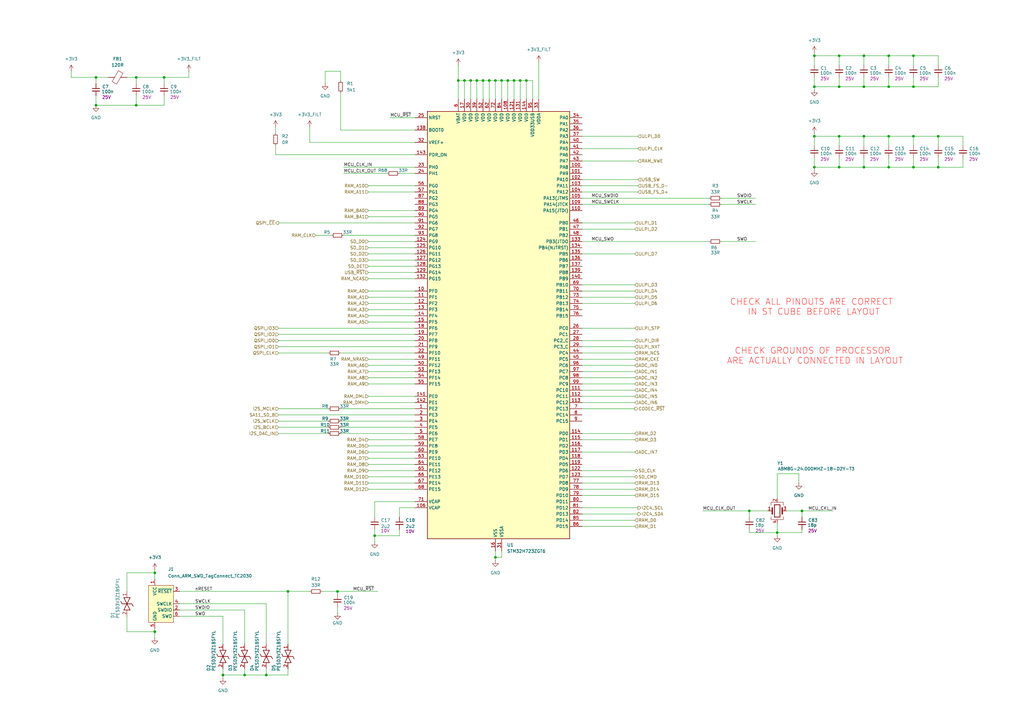
<source format=kicad_sch>
(kicad_sch (version 20231120) (generator "eeschema") (generator_version "8.0")
  (paper "A3")
  (junction (at 364.49 55.88))
  (junction (at 354.33 22.86))
  (junction (at 334.01 22.86))
  (junction (at 374.65 68.58))
  (junction (at 344.17 55.88))
  (junction (at 215.9 33.02))
  (junction (at 63.5 259.08))
  (junction (at 208.28 33.02))
  (junction (at 334.01 68.58))
  (junction (at 109.22 276.86))
  (junction (at 384.81 55.88))
  (junction (at 318.77 218.44))
  (junction (at 39.37 31.75))
  (junction (at 384.81 68.58))
  (junction (at 203.2 228.6))
  (junction (at 195.58 33.02))
  (junction (at 55.88 43.18))
  (junction (at 364.49 22.86))
  (junction (at 118.11 242.57))
  (junction (at 153.67 219.71))
  (junction (at 344.17 68.58))
  (junction (at 374.65 35.56))
  (junction (at 307.34 209.55))
  (junction (at 213.36 33.02))
  (junction (at 193.04 33.02))
  (junction (at 210.82 33.02))
  (junction (at 328.93 209.55))
  (junction (at 344.17 35.56))
  (junction (at 334.01 35.56))
  (junction (at 205.74 33.02))
  (junction (at 200.66 33.02))
  (junction (at 344.17 22.86))
  (junction (at 334.01 55.88))
  (junction (at 354.33 55.88))
  (junction (at 198.12 33.02))
  (junction (at 100.33 276.86))
  (junction (at 138.43 242.57))
  (junction (at 374.65 22.86))
  (junction (at 55.88 31.75))
  (junction (at 187.96 33.02))
  (junction (at 364.49 35.56))
  (junction (at 354.33 35.56))
  (junction (at 203.2 33.02))
  (junction (at 354.33 68.58))
  (junction (at 67.31 31.75))
  (junction (at 190.5 33.02))
  (junction (at 364.49 68.58))
  (junction (at 374.65 55.88))
  (junction (at 39.37 43.18))
  (junction (at 91.44 276.86))
  (junction (at 63.5 234.95))
  (wire (pts (xy 91.44 252.73) (xy 91.44 264.16)))
  (wire (pts (xy 151.13 127) (xy 170.18 127)))
  (wire (pts (xy 63.5 259.08) (xy 63.5 261.62)))
  (wire (pts (xy 29.21 31.75) (xy 39.37 31.75)))
  (wire (pts (xy 205.74 33.02) (xy 205.74 40.64)))
  (wire (pts (xy 139.7 167.64) (xy 170.18 167.64)))
  (wire (pts (xy 151.13 149.86) (xy 170.18 149.86)))
  (wire (pts (xy 205.74 33.02) (xy 208.28 33.02)))
  (wire (pts (xy 151.13 195.58) (xy 170.18 195.58)))
  (wire (pts (xy 151.13 124.46) (xy 170.18 124.46)))
  (wire (pts (xy 238.76 208.28) (xy 261.62 208.28)))
  (wire (pts (xy 139.7 177.8) (xy 170.18 177.8)))
  (wire (pts (xy 238.76 162.56) (xy 260.35 162.56)))
  (wire (pts (xy 151.13 114.3) (xy 170.18 114.3)))
  (wire (pts (xy 151.13 154.94) (xy 170.18 154.94)))
  (wire (pts (xy 109.22 274.32) (xy 109.22 276.86)))
  (wire (pts (xy 151.13 99.06) (xy 170.18 99.06)))
  (wire (pts (xy 354.33 31.75) (xy 354.33 35.56)))
  (wire (pts (xy 151.13 198.12) (xy 170.18 198.12)))
  (wire (pts (xy 109.22 247.65) (xy 109.22 264.16)))
  (wire (pts (xy 73.66 242.57) (xy 118.11 242.57)))
  (wire (pts (xy 374.65 68.58) (xy 364.49 68.58)))
  (wire (pts (xy 374.65 35.56) (xy 364.49 35.56)))
  (wire (pts (xy 238.76 149.86) (xy 260.35 149.86)))
  (wire (pts (xy 77.47 29.21) (xy 77.47 31.75)))
  (wire (pts (xy 238.76 195.58) (xy 260.35 195.58)))
  (wire (pts (xy 151.13 129.54) (xy 170.18 129.54)))
  (wire (pts (xy 307.34 209.55) (xy 307.34 212.09)))
  (wire (pts (xy 238.76 210.82) (xy 261.62 210.82)))
  (wire (pts (xy 132.08 242.57) (xy 138.43 242.57)))
  (wire (pts (xy 208.28 33.02) (xy 210.82 33.02)))
  (wire (pts (xy 238.76 200.66) (xy 260.35 200.66)))
  (wire (pts (xy 215.9 33.02) (xy 215.9 40.64)))
  (wire (pts (xy 334.01 22.86) (xy 334.01 26.67)))
  (wire (pts (xy 203.2 33.02) (xy 203.2 40.64)))
  (wire (pts (xy 295.91 83.82) (xy 309.88 83.82)))
  (wire (pts (xy 238.76 144.78) (xy 260.35 144.78)))
  (wire (pts (xy 238.76 167.64) (xy 260.35 167.64)))
  (wire (pts (xy 384.81 55.88) (xy 374.65 55.88)))
  (wire (pts (xy 139.7 38.1) (xy 139.7 53.34)))
  (wire (pts (xy 151.13 101.6) (xy 170.18 101.6)))
  (wire (pts (xy 318.77 214.63) (xy 318.77 218.44)))
  (wire (pts (xy 39.37 39.37) (xy 39.37 43.18)))
  (wire (pts (xy 238.76 152.4) (xy 260.35 152.4)))
  (wire (pts (xy 170.18 205.74) (xy 153.67 205.74)))
  (wire (pts (xy 334.01 55.88) (xy 344.17 55.88)))
  (wire (pts (xy 52.07 31.75) (xy 55.88 31.75)))
  (wire (pts (xy 238.76 99.06) (xy 290.83 99.06)))
  (wire (pts (xy 238.76 215.9) (xy 260.35 215.9)))
  (wire (pts (xy 39.37 43.18) (xy 55.88 43.18)))
  (wire (pts (xy 374.65 22.86) (xy 384.81 22.86)))
  (wire (pts (xy 114.3 170.18) (xy 170.18 170.18)))
  (wire (pts (xy 140.97 71.12) (xy 158.75 71.12)))
  (wire (pts (xy 364.49 55.88) (xy 354.33 55.88)))
  (wire (pts (xy 52.07 259.08) (xy 63.5 259.08)))
  (wire (pts (xy 151.13 78.74) (xy 170.18 78.74)))
  (wire (pts (xy 307.34 218.44) (xy 318.77 218.44)))
  (wire (pts (xy 198.12 33.02) (xy 198.12 40.64)))
  (wire (pts (xy 153.67 219.71) (xy 153.67 222.25)))
  (wire (pts (xy 238.76 198.12) (xy 260.35 198.12)))
  (wire (pts (xy 127 58.42) (xy 127 52.07)))
  (wire (pts (xy 334.01 68.58) (xy 334.01 69.85)))
  (wire (pts (xy 394.97 68.58) (xy 384.81 68.58)))
  (wire (pts (xy 100.33 274.32) (xy 100.33 276.86)))
  (wire (pts (xy 384.81 68.58) (xy 374.65 68.58)))
  (wire (pts (xy 73.66 250.19) (xy 100.33 250.19)))
  (wire (pts (xy 328.93 217.17) (xy 328.93 218.44)))
  (wire (pts (xy 139.7 144.78) (xy 170.18 144.78)))
  (wire (pts (xy 151.13 76.2) (xy 170.18 76.2)))
  (wire (pts (xy 238.76 213.36) (xy 260.35 213.36)))
  (wire (pts (xy 238.76 73.66) (xy 261.62 73.66)))
  (wire (pts (xy 384.81 35.56) (xy 374.65 35.56)))
  (wire (pts (xy 138.43 248.92) (xy 138.43 251.46)))
  (wire (pts (xy 307.34 209.55) (xy 314.96 209.55)))
  (wire (pts (xy 73.66 247.65) (xy 109.22 247.65)))
  (wire (pts (xy 67.31 39.37) (xy 67.31 43.18)))
  (wire (pts (xy 139.7 175.26) (xy 170.18 175.26)))
  (wire (pts (xy 109.22 276.86) (xy 100.33 276.86)))
  (wire (pts (xy 238.76 76.2) (xy 261.62 76.2)))
  (wire (pts (xy 198.12 33.02) (xy 200.66 33.02)))
  (wire (pts (xy 140.97 96.52) (xy 170.18 96.52)))
  (wire (pts (xy 118.11 242.57) (xy 118.11 264.16)))
  (wire (pts (xy 151.13 180.34) (xy 170.18 180.34)))
  (wire (pts (xy 364.49 64.77) (xy 364.49 68.58)))
  (wire (pts (xy 52.07 252.73) (xy 52.07 259.08)))
  (wire (pts (xy 364.49 35.56) (xy 354.33 35.56)))
  (wire (pts (xy 344.17 64.77) (xy 344.17 68.58)))
  (wire (pts (xy 344.17 31.75) (xy 344.17 35.56)))
  (wire (pts (xy 39.37 34.29) (xy 39.37 31.75)))
  (wire (pts (xy 91.44 274.32) (xy 91.44 276.86)))
  (wire (pts (xy 151.13 190.5) (xy 170.18 190.5)))
  (wire (pts (xy 114.3 139.7) (xy 170.18 139.7)))
  (wire (pts (xy 213.36 33.02) (xy 215.9 33.02)))
  (wire (pts (xy 114.3 137.16) (xy 170.18 137.16)))
  (wire (pts (xy 215.9 33.02) (xy 218.44 33.02)))
  (wire (pts (xy 374.65 22.86) (xy 374.65 26.67)))
  (wire (pts (xy 139.7 172.72) (xy 170.18 172.72)))
  (wire (pts (xy 133.35 34.29) (xy 133.35 29.21)))
  (wire (pts (xy 354.33 55.88) (xy 344.17 55.88)))
  (wire (pts (xy 63.5 234.95) (xy 63.5 237.49)))
  (wire (pts (xy 334.01 55.88) (xy 334.01 59.69)))
  (wire (pts (xy 318.77 204.47) (xy 318.77 194.31)))
  (wire (pts (xy 238.76 66.04) (xy 261.62 66.04)))
  (wire (pts (xy 187.96 33.02) (xy 190.5 33.02)))
  (wire (pts (xy 334.01 35.56) (xy 334.01 36.83)))
  (wire (pts (xy 374.65 64.77) (xy 374.65 68.58)))
  (wire (pts (xy 39.37 31.75) (xy 44.45 31.75)))
  (wire (pts (xy 151.13 165.1) (xy 170.18 165.1)))
  (wire (pts (xy 113.03 52.07) (xy 113.03 54.61)))
  (wire (pts (xy 205.74 226.06) (xy 205.74 228.6)))
  (wire (pts (xy 374.65 55.88) (xy 374.65 59.69)))
  (wire (pts (xy 151.13 185.42) (xy 170.18 185.42)))
  (wire (pts (xy 384.81 26.67) (xy 384.81 22.86)))
  (wire (pts (xy 344.17 59.69) (xy 344.17 55.88)))
  (wire (pts (xy 129.54 96.52) (xy 135.89 96.52)))
  (wire (pts (xy 63.5 233.68) (xy 63.5 234.95)))
  (wire (pts (xy 238.76 203.2) (xy 260.35 203.2)))
  (wire (pts (xy 187.96 33.02) (xy 187.96 40.64)))
  (wire (pts (xy 187.96 26.67) (xy 187.96 33.02)))
  (wire (pts (xy 213.36 33.02) (xy 213.36 40.64)))
  (wire (pts (xy 374.65 55.88) (xy 364.49 55.88)))
  (wire (pts (xy 55.88 31.75) (xy 55.88 34.29)))
  (wire (pts (xy 153.67 205.74) (xy 153.67 212.09)))
  (wire (pts (xy 195.58 33.02) (xy 195.58 40.64)))
  (wire (pts (xy 238.76 119.38) (xy 260.35 119.38)))
  (wire (pts (xy 153.67 217.17) (xy 153.67 219.71)))
  (wire (pts (xy 307.34 218.44) (xy 307.34 217.17)))
  (wire (pts (xy 203.2 228.6) (xy 203.2 229.87)))
  (wire (pts (xy 238.76 177.8) (xy 260.35 177.8)))
  (wire (pts (xy 203.2 33.02) (xy 205.74 33.02)))
  (wire (pts (xy 195.58 33.02) (xy 198.12 33.02)))
  (wire (pts (xy 200.66 33.02) (xy 200.66 40.64)))
  (wire (pts (xy 295.91 81.28) (xy 309.88 81.28)))
  (wire (pts (xy 160.02 48.26) (xy 170.18 48.26)))
  (wire (pts (xy 354.33 22.86) (xy 354.33 26.67)))
  (wire (pts (xy 151.13 109.22) (xy 170.18 109.22)))
  (wire (pts (xy 344.17 22.86) (xy 354.33 22.86)))
  (wire (pts (xy 344.17 26.67) (xy 344.17 22.86)))
  (wire (pts (xy 114.3 144.78) (xy 134.62 144.78)))
  (wire (pts (xy 295.91 99.06) (xy 309.88 99.06)))
  (wire (pts (xy 394.97 55.88) (xy 384.81 55.88)))
  (wire (pts (xy 193.04 33.02) (xy 193.04 40.64)))
  (wire (pts (xy 394.97 59.69) (xy 394.97 55.88)))
  (wire (pts (xy 190.5 33.02) (xy 190.5 40.64)))
  (wire (pts (xy 344.17 35.56) (xy 334.01 35.56)))
  (wire (pts (xy 139.7 53.34) (xy 170.18 53.34)))
  (wire (pts (xy 238.76 142.24) (xy 260.35 142.24)))
  (wire (pts (xy 238.76 55.88) (xy 261.62 55.88)))
  (wire (pts (xy 151.13 193.04) (xy 170.18 193.04)))
  (wire (pts (xy 67.31 31.75) (xy 67.31 34.29)))
  (wire (pts (xy 238.76 139.7) (xy 260.35 139.7)))
  (wire (pts (xy 384.81 64.77) (xy 384.81 68.58)))
  (wire (pts (xy 327.66 194.31) (xy 327.66 198.12)))
  (wire (pts (xy 334.01 21.59) (xy 334.01 22.86)))
  (wire (pts (xy 140.97 68.58) (xy 170.18 68.58)))
  (wire (pts (xy 354.33 64.77) (xy 354.33 68.58)))
  (wire (pts (xy 238.76 93.98) (xy 260.35 93.98)))
  (wire (pts (xy 208.28 33.02) (xy 208.28 40.64)))
  (wire (pts (xy 91.44 276.86) (xy 91.44 278.13)))
  (wire (pts (xy 55.88 43.18) (xy 67.31 43.18)))
  (wire (pts (xy 288.29 209.55) (xy 307.34 209.55)))
  (wire (pts (xy 138.43 242.57) (xy 154.94 242.57)))
  (wire (pts (xy 334.01 68.58) (xy 344.17 68.58)))
  (wire (pts (xy 384.81 31.75) (xy 384.81 35.56)))
  (wire (pts (xy 52.07 242.57) (xy 52.07 234.95)))
  (wire (pts (xy 318.77 218.44) (xy 318.77 219.71)))
  (wire (pts (xy 153.67 219.71) (xy 163.83 219.71)))
  (wire (pts (xy 334.01 54.61) (xy 334.01 55.88)))
  (wire (pts (xy 151.13 132.08) (xy 170.18 132.08)))
  (wire (pts (xy 151.13 119.38) (xy 170.18 119.38)))
  (wire (pts (xy 384.81 55.88) (xy 384.81 59.69)))
  (wire (pts (xy 394.97 64.77) (xy 394.97 68.58)))
  (wire (pts (xy 163.83 71.12) (xy 170.18 71.12)))
  (wire (pts (xy 114.3 91.44) (xy 170.18 91.44)))
  (wire (pts (xy 238.76 81.28) (xy 290.83 81.28)))
  (wire (pts (xy 118.11 274.32) (xy 118.11 276.86)))
  (wire (pts (xy 238.76 180.34) (xy 260.35 180.34)))
  (wire (pts (xy 238.76 83.82) (xy 290.83 83.82)))
  (wire (pts (xy 67.31 31.75) (xy 77.47 31.75)))
  (wire (pts (xy 328.93 218.44) (xy 318.77 218.44)))
  (wire (pts (xy 151.13 200.66) (xy 170.18 200.66)))
  (wire (pts (xy 114.3 175.26) (xy 134.62 175.26)))
  (wire (pts (xy 118.11 276.86) (xy 109.22 276.86)))
  (wire (pts (xy 210.82 33.02) (xy 210.82 40.64)))
  (wire (pts (xy 138.43 242.57) (xy 138.43 243.84)))
  (wire (pts (xy 364.49 68.58) (xy 354.33 68.58)))
  (wire (pts (xy 322.58 209.55) (xy 328.93 209.55)))
  (wire (pts (xy 114.3 142.24) (xy 170.18 142.24)))
  (wire (pts (xy 238.76 104.14) (xy 260.35 104.14)))
  (wire (pts (xy 238.76 157.48) (xy 260.35 157.48)))
  (wire (pts (xy 238.76 185.42) (xy 260.35 185.42)))
  (wire (pts (xy 55.88 39.37) (xy 55.88 43.18)))
  (wire (pts (xy 203.2 226.06) (xy 203.2 228.6)))
  (wire (pts (xy 100.33 250.19) (xy 100.33 264.16)))
  (wire (pts (xy 151.13 88.9) (xy 170.18 88.9)))
  (wire (pts (xy 163.83 208.28) (xy 170.18 208.28)))
  (wire (pts (xy 205.74 228.6) (xy 203.2 228.6)))
  (wire (pts (xy 113.03 63.5) (xy 113.03 59.69)))
  (wire (pts (xy 238.76 154.94) (xy 260.35 154.94)))
  (wire (pts (xy 151.13 111.76) (xy 170.18 111.76)))
  (wire (pts (xy 151.13 147.32) (xy 170.18 147.32)))
  (wire (pts (xy 170.18 58.42) (xy 127 58.42)))
  (wire (pts (xy 334.01 31.75) (xy 334.01 35.56)))
  (wire (pts (xy 220.98 40.64) (xy 220.98 25.4)))
  (wire (pts (xy 163.83 217.17) (xy 163.83 219.71)))
  (wire (pts (xy 170.18 187.96) (xy 151.13 187.96)))
  (wire (pts (xy 318.77 194.31) (xy 327.66 194.31)))
  (wire (pts (xy 163.83 212.09) (xy 163.83 208.28)))
  (wire (pts (xy 238.76 116.84) (xy 260.35 116.84)))
  (wire (pts (xy 151.13 182.88) (xy 170.18 182.88)))
  (wire (pts (xy 328.93 209.55) (xy 341.63 209.55)))
  (wire (pts (xy 238.76 193.04) (xy 260.35 193.04)))
  (wire (pts (xy 63.5 257.81) (xy 63.5 259.08)))
  (wire (pts (xy 200.66 33.02) (xy 203.2 33.02)))
  (wire (pts (xy 364.49 22.86) (xy 364.49 26.67)))
  (wire (pts (xy 170.18 63.5) (xy 113.03 63.5)))
  (wire (pts (xy 210.82 33.02) (xy 213.36 33.02)))
  (wire (pts (xy 133.35 29.21) (xy 139.7 29.21)))
  (wire (pts (xy 151.13 121.92) (xy 170.18 121.92)))
  (wire (pts (xy 328.93 209.55) (xy 328.93 212.09)))
  (wire (pts (xy 238.76 78.74) (xy 261.62 78.74)))
  (wire (pts (xy 364.49 55.88) (xy 364.49 59.69)))
  (wire (pts (xy 354.33 68.58) (xy 344.17 68.58)))
  (wire (pts (xy 52.07 234.95) (xy 63.5 234.95)))
  (wire (pts (xy 334.01 64.77) (xy 334.01 68.58)))
  (wire (pts (xy 139.7 29.21) (xy 139.7 33.02)))
  (wire (pts (xy 151.13 104.14) (xy 170.18 104.14)))
  (wire (pts (xy 114.3 167.64) (xy 134.62 167.64)))
  (wire (pts (xy 151.13 152.4) (xy 170.18 152.4)))
  (wire (pts (xy 238.76 60.96) (xy 261.62 60.96)))
  (wire (pts (xy 29.21 29.21) (xy 29.21 31.75)))
  (wire (pts (xy 218.44 40.64) (xy 218.44 33.02)))
  (wire (pts (xy 151.13 157.48) (xy 170.18 157.48)))
  (wire (pts (xy 100.33 276.86) (xy 91.44 276.86)))
  (wire (pts (xy 114.3 177.8) (xy 134.62 177.8)))
  (wire (pts (xy 151.13 86.36) (xy 170.18 86.36)))
  (wire (pts (xy 354.33 35.56) (xy 344.17 35.56)))
  (wire (pts (xy 193.04 33.02) (xy 195.58 33.02)))
  (wire (pts (xy 190.5 33.02) (xy 193.04 33.02)))
  (wire (pts (xy 238.76 160.02) (xy 260.35 160.02)))
  (wire (pts (xy 238.76 124.46) (xy 260.35 124.46)))
  (wire (pts (xy 151.13 106.68) (xy 170.18 106.68)))
  (wire (pts (xy 73.66 252.73) (xy 91.44 252.73)))
  (wire (pts (xy 374.65 31.75) (xy 374.65 35.56)))
  (wire (pts (xy 238.76 134.62) (xy 260.35 134.62)))
  (wire (pts (xy 114.3 172.72) (xy 134.62 172.72)))
  (wire (pts (xy 238.76 165.1) (xy 260.35 165.1)))
  (wire (pts (xy 55.88 31.75) (xy 67.31 31.75)))
  (wire (pts (xy 114.3 134.62) (xy 170.18 134.62)))
  (wire (pts (xy 364.49 31.75) (xy 364.49 35.56)))
  (wire (pts (xy 354.33 22.86) (xy 364.49 22.86)))
  (wire (pts (xy 364.49 22.86) (xy 374.65 22.86)))
  (wire (pts (xy 238.76 91.44) (xy 260.35 91.44)))
  (wire (pts (xy 151.13 162.56) (xy 170.18 162.56)))
  (wire (pts (xy 118.11 242.57) (xy 127 242.57)))
  (wire (pts (xy 334.01 22.86) (xy 344.17 22.86)))
  (wire (pts (xy 354.33 55.88) (xy 354.33 59.69)))
  (wire (pts (xy 238.76 121.92) (xy 260.35 121.92)))
  (wire (pts (xy 238.76 147.32) (xy 260.35 147.32)))
  (text "CHECK ALL PINOUTS ARE CORRECT \nIN ST CUBE BEFORE LAYOUT" (at 333.756 125.984 0) (effects (font (size 2.54 2.54))))
  (text "CHECK GROUNDS OF PROCESSOR \nARE ACTUALLY CONNECTED IN LAYOUT\n" (at 334.264 146.05 0) (effects (font (size 2.54 2.54))))
  (label "SWO" (at 80.01 252.73 0))
  (label "MCU_CLK_IN" (at 140.97 68.58 0))
  (label "MCU_~{RST}" (at 144.78 242.57 0))
  (label "MCU_CLK_OUT" (at 140.97 71.12 0))
  (label "MCU_~{RST}" (at 160.02 48.26 0))
  (label "MCU_CLK_OUT" (at 288.29 209.55 0))
  (label "MCU_SWDIO" (at 242.57 81.28 0))
  (label "MCU_SWCLK" (at 242.57 83.82 0))
  (label "MCU_CKL_IN" (at 331.47 209.55 0))
  (label "MCU_SWO" (at 242.57 99.06 0))
  (label "SWCLK" (at 80.01 247.65 0))
  (label "SWCLK" (at 302.26 83.82 0))
  (label "SWO" (at 302.26 99.06 0))
  (label "SWDIO" (at 80.01 250.19 0))
  (label "SWDIO" (at 302.26 81.28 0))
  (label "nRESET" (at 80.01 242.57 0))
  (hierarchical_label "RAM_D9" (shape input) (at 151.13 193.04 180))
  (hierarchical_label "RAM_NCS" (shape input) (at 260.35 144.78 0))
  (hierarchical_label "ULPI_D1" (shape input) (at 260.35 91.44 0))
  (hierarchical_label "RAM_A5" (shape input) (at 151.13 132.08 180))
  (hierarchical_label "RAM_A8" (shape input) (at 151.13 154.94 180))
  (hierarchical_label "RAM_A0" (shape input) (at 151.13 119.38 180) (property "Netclass" "RAM_A" (effects (hide yes))))
  (hierarchical_label "SA11_SD_B" (shape input) (at 114.3 170.18 180))
  (hierarchical_label "QSPI_IO1" (shape input) (at 114.3 142.24 180))
  (hierarchical_label "RAM_A2" (shape input) (at 151.13 124.46 180))
  (hierarchical_label "QSPI_IO3" (shape input) (at 114.3 134.62 180))
  (hierarchical_label "RAM_A9" (shape input) (at 151.13 157.48 180))
  (hierarchical_label "RAM_D10" (shape input) (at 151.13 195.58 180))
  (hierarchical_label "SD_DET" (shape input) (at 151.13 109.22 180))
  (hierarchical_label "USB_SW" (shape input) (at 261.62 73.66 0))
  (hierarchical_label "RAM_BA1" (shape input) (at 151.13 88.9 180))
  (hierarchical_label "RAM_A4" (shape input) (at 151.13 129.54 180))
  (hierarchical_label "RAM_DML" (shape input) (at 151.13 162.56 180))
  (hierarchical_label "ADC_IN5" (shape input) (at 260.35 162.56 0))
  (hierarchical_label "RAM_A6" (shape input) (at 151.13 149.86 180))
  (hierarchical_label "RAM_D14" (shape input) (at 260.35 200.66 0))
  (hierarchical_label "ADC_IN0" (shape input) (at 260.35 149.86 0))
  (hierarchical_label "RAM_A7" (shape input) (at 151.13 152.4 180))
  (hierarchical_label "RAM_D4" (shape input) (at 151.13 180.34 180))
  (hierarchical_label "RAM_D7" (shape input) (at 151.13 187.96 180))
  (hierarchical_label "QSPI_IO2" (shape input) (at 114.3 137.16 180))
  (hierarchical_label "RAM_DMH" (shape input) (at 151.13 165.1 180))
  (hierarchical_label "RAM_D8" (shape input) (at 151.13 190.5 180))
  (hierarchical_label "I2C4_SCL" (shape output) (at 261.62 208.28 0))
  (hierarchical_label "ULPI_D2" (shape input) (at 260.35 93.98 0))
  (hierarchical_label "QSPI_IO0" (shape input) (at 114.3 139.7 180))
  (hierarchical_label "RAM_D1" (shape input) (at 260.35 215.9 0))
  (hierarchical_label "RAM_D13" (shape input) (at 260.35 198.12 0))
  (hierarchical_label "RAM_CLK" (shape input) (at 129.54 96.52 180))
  (hierarchical_label "RAM_D11" (shape input) (at 151.13 198.12 180))
  (hierarchical_label "SD_D3" (shape input) (at 151.13 106.68 180))
  (hierarchical_label "RAM_D6" (shape input) (at 151.13 185.42 180))
  (hierarchical_label "ULPI_STP" (shape input) (at 260.35 134.62 0))
  (hierarchical_label "CODEC_~{RST}" (shape output) (at 260.35 167.64 0))
  (hierarchical_label "USB_FS_D+" (shape input) (at 261.62 78.74 0))
  (hierarchical_label "RAM_BA0" (shape input) (at 151.13 86.36 180))
  (hierarchical_label "QSPI_~{CE}" (shape output) (at 114.3 91.44 180))
  (hierarchical_label "RAM_A11" (shape input) (at 151.13 78.74 180))
  (hierarchical_label "ULPI_D5" (shape input) (at 260.35 121.92 0))
  (hierarchical_label "ULPI_DIR" (shape input) (at 260.35 139.7 0))
  (hierarchical_label "RAM_NRAS" (shape input) (at 151.13 147.32 180))
  (hierarchical_label "RAM_NWE" (shape input) (at 261.62 66.04 0))
  (hierarchical_label "I2C4_SDA" (shape output) (at 261.62 210.82 0))
  (hierarchical_label "ADC_IN4" (shape input) (at 260.35 160.02 0))
  (hierarchical_label "SD_CMD" (shape bidirectional) (at 260.35 195.58 0))
  (hierarchical_label "RAM_D5" (shape input) (at 151.13 182.88 180))
  (hierarchical_label "I2S_MCLK" (shape input) (at 114.3 167.64 180))
  (hierarchical_label "SD_D0" (shape input) (at 151.13 99.06 180))
  (hierarchical_label "SD_D1" (shape input) (at 151.13 101.6 180))
  (hierarchical_label "QSPI_CLK" (shape input) (at 114.3 144.78 180))
  (hierarchical_label "RAM_D2" (shape input) (at 260.35 177.8 0))
  (hierarchical_label "RAM_CKE" (shape input) (at 260.35 147.32 0))
  (hierarchical_label "SD_D2" (shape input) (at 151.13 104.14 180))
  (hierarchical_label "ULPI_D6" (shape input) (at 260.35 124.46 0))
  (hierarchical_label "ADC_IN3" (shape input) (at 260.35 157.48 0))
  (hierarchical_label "RAM_A10" (shape input) (at 151.13 76.2 180))
  (hierarchical_label "ULPI_D7" (shape input) (at 260.35 104.14 0))
  (hierarchical_label "SD_CLK" (shape bidirectional) (at 260.35 193.04 0))
  (hierarchical_label "USB_FS_D-" (shape input) (at 261.62 76.2 0))
  (hierarchical_label "ADC_IN1" (shape input) (at 260.35 152.4 0))
  (hierarchical_label "RAM_D3" (shape input) (at 260.35 180.34 0))
  (hierarchical_label "RAM_NCAS" (shape input) (at 151.13 114.3 180))
  (hierarchical_label "RAM_D15" (shape input) (at 260.35 203.2 0))
  (hierarchical_label "RAM_A1" (shape input) (at 151.13 121.92 180))
  (hierarchical_label "ULPI_D3" (shape input) (at 260.35 116.84 0))
  (hierarchical_label "RAM_D12" (shape input) (at 151.13 200.66 180))
  (hierarchical_label "ULPI_CLK" (shape input) (at 261.62 60.96 0))
  (hierarchical_label "I2S_WCLK" (shape input) (at 114.3 172.72 180))
  (hierarchical_label "ULPI_D4" (shape input) (at 260.35 119.38 0))
  (hierarchical_label "ADC_IN7" (shape input) (at 260.35 185.42 0))
  (hierarchical_label "RAM_A3" (shape input) (at 151.13 127 180))
  (hierarchical_label "USB_~{RST}" (shape input) (at 151.13 111.76 180))
  (hierarchical_label "ULPI_NXT" (shape input) (at 260.35 142.24 0))
  (hierarchical_label "RAM_D0" (shape input) (at 260.35 213.36 0))
  (hierarchical_label "ADC_IN6" (shape input) (at 260.35 165.1 0))
  (hierarchical_label "I2S_BCLK" (shape input) (at 114.3 175.26 180))
  (hierarchical_label "ADC_IN2" (shape input) (at 260.35 154.94 0))
  (hierarchical_label "I2S_DAC_IN" (shape input) (at 114.3 177.8 180))
  (hierarchical_label "ULPI_D0" (shape input) (at 261.62 55.88 0))
  (symbol (lib_id "Device:C_Small") (at 354.33 29.21 0) (unit 1)
    (property "Reference" "C3" (at 356.87 27.9462 0) (effects (justify left)))
    (property "Value" "100n" (at 356.616 29.972 0) (effects (justify left)))
    (property "Footprint" "Capacitor_SMD:C_0402_1005Metric" (effects (hide yes)))
    (property "Description" "Unpolarized capacitor, small symbol" (effects (hide yes)))
    (property "MPN" "MBAST105SB7104KFNA01" (effects (hide yes)))
    (property "MF" "TAIYO YUDEN " (effects (hide yes)))
    (property "OC_MOUSER" "963-BAST105SB7104KF" (effects (hide yes)))
    (property "Voltage" "25V" (at 358.648 32.258 0))
  )
  (symbol (lib_id "Device:C_Small") (at 334.01 29.21 0) (unit 1)
    (property "Reference" "C1" (at 336.55 27.9462 0) (effects (justify left)))
    (property "Value" "100n" (at 336.296 29.972 0) (effects (justify left)))
    (property "Footprint" "Capacitor_SMD:C_0402_1005Metric" (effects (hide yes)))
    (property "Description" "Unpolarized capacitor, small symbol" (effects (hide yes)))
    (property "MPN" "MBAST105SB7104KFNA01" (effects (hide yes)))
    (property "MF" "TAIYO YUDEN " (effects (hide yes)))
    (property "OC_MOUSER" "963-BAST105SB7104KF" (effects (hide yes)))
    (property "Voltage" "25V" (at 338.328 32.258 0))
  )
  (symbol (lib_id "Device:R_Small") (at 113.03 57.15 0) (unit 1)
    (property "Reference" "R2" (at 115.57 55.8799 0) (effects (justify left)))
    (property "Value" "0R" (at 115.57 58.4199 0) (effects (justify left)))
    (property "Footprint" "Resistor_SMD:R_0402_1005Metric_Pad0.72x0.64mm_HandSolder" (effects (hide yes)))
    (property "Description" "Resistor, small symbol" (effects (hide yes)))
  )
  (symbol (lib_id "Device:R_Small") (at 137.16 172.72 90) (unit 1)
    (property "Reference" "R9" (at 133.35 171.704 90))
    (property "Value" "33R" (at 141.224 171.704 90))
    (property "Footprint" "Resistor_SMD:R_0402_1005Metric_Pad0.72x0.64mm_HandSolder" (effects (hide yes)))
    (property "Description" "Resistor, small symbol" (effects (hide yes)))
  )
  (symbol (lib_id "power:GND") (at 327.66 198.12 0) (unit 1)
    (property "Reference" "#PWR0126" (effects (hide yes)))
    (property "Value" "GND" (at 327.66 203.2 0))
    (property "Description" "Power symbol creates a global label with name \"GND\" , ground" (effects (hide yes)))
  )
  (symbol (lib_id "Device:C_Small") (at 153.67 214.63 0) (unit 1)
    (property "Reference" "C17" (at 156.21 213.3662 0) (effects (justify left)))
    (property "Value" "2u2" (at 156.21 215.9062 0) (effects (justify left)))
    (property "Description" "Unpolarized capacitor, small symbol" (effects (hide yes)))
    (property "MPN" "GRM155Z71A225KE01D " (effects (hide yes)))
    (property "MF" "Murata Electronics " (effects (hide yes)))
    (property "OC_MOUSER" "81-GRM155Z71A225KE1D" (effects (hide yes)))
    (property "Voltage" "10V" (at 157.988 217.678 0))
  )
  (symbol (lib_id "Device:C_Small") (at 138.43 246.38 0) (unit 1)
    (property "Reference" "C19" (at 140.97 245.1162 0) (effects (justify left)))
    (property "Value" "100n" (at 140.716 247.142 0) (effects (justify left)))
    (property "Footprint" "Capacitor_SMD:C_0402_1005Metric" (effects (hide yes)))
    (property "Description" "Unpolarized capacitor, small symbol" (effects (hide yes)))
    (property "MPN" "MBAST105SB7104KFNA01" (effects (hide yes)))
    (property "MF" "TAIYO YUDEN " (effects (hide yes)))
    (property "OC_MOUSER" "963-BAST105SB7104KF" (effects (hide yes)))
    (property "Voltage" "25V" (at 142.748 249.428 0))
  )
  (symbol (lib_id "Chase_Diode:PESD3V3Z1BSFYL") (at 91.44 261.62 270) (unit 1)
    (property "Reference" "D2" (at 85.598 272.542 0) (effects (justify left)))
    (property "Value" "PESD3V3Z1BSFYL" (at 87.63 258.572 0) (effects (justify left)))
    (property "Datasheet" "https://assets.nexperia.com/documents/data-sheet/PESD3V3Z1BSF.pdf" (effects (hide yes)))
    (property "Description" "PESD3V3Z1BSF - Extremely low capacitance bidirectional ESD protection diode" (effects (hide yes)))
    (property "Mouser Part Number" "771-PESD3V3Z1BSFYL" (effects (hide yes)))
    (property "Mouser Price/Stock" "https://www.mouser.co.uk/ProductDetail/Nexperia/PESD3V3Z1BSFYL?qs=%252BEew9%252B0nqrB3Csg8iRki7Q%3D%3D" (effects (hide yes)))
    (property "Manufacturer_Name" "Nexperia" (effects (hide yes)))
    (property "Manufacturer_Part_Number" "PESD3V3Z1BSFYL" (effects (hide yes)))
  )
  (symbol (lib_id "power:GND") (at 133.35 34.29 0) (unit 1)
    (property "Reference" "#PWR06" (effects (hide yes)))
    (property "Value" "GND" (at 133.35 39.37 0))
    (property "Description" "Power symbol creates a global label with name \"GND\" , ground" (effects (hide yes)))
  )
  (symbol (lib_id "power:+3V3") (at 127 52.07 0) (unit 1)
    (property "Reference" "#PWR010" (effects (hide yes)))
    (property "Value" "+3V3_FILT" (at 127 46.99 0))
    (property "Description" "Power symbol creates a global label with name \"+3V3\"" (effects (hide yes)))
  )
  (symbol (lib_id "Device:C_Small") (at 364.49 62.23 0) (unit 1)
    (property "Reference" "C13" (at 367.03 60.9662 0) (effects (justify left)))
    (property "Value" "100n" (at 366.776 62.992 0) (effects (justify left)))
    (property "Footprint" "Capacitor_SMD:C_0402_1005Metric" (effects (hide yes)))
    (property "Description" "Unpolarized capacitor, small symbol" (effects (hide yes)))
    (property "MPN" "MBAST105SB7104KFNA01" (effects (hide yes)))
    (property "MF" "TAIYO YUDEN " (effects (hide yes)))
    (property "OC_MOUSER" "963-BAST105SB7104KF" (effects (hide yes)))
    (property "Voltage" "25V" (at 368.808 65.278 0))
  )
  (symbol (lib_id "power:+3V3") (at 334.01 21.59 0) (unit 1)
    (property "Reference" "#PWR01" (effects (hide yes)))
    (property "Value" "+3V3" (at 334.01 16.51 0))
    (property "Description" "Power symbol creates a global label with name \"+3V3\"" (effects (hide yes)))
  )
  (symbol (lib_id "power:GND") (at 318.77 219.71 0) (unit 1)
    (property "Reference" "#PWR0127" (effects (hide yes)))
    (property "Value" "GND" (at 318.77 224.79 0))
    (property "Description" "Power symbol creates a global label with name \"GND\" , ground" (effects (hide yes)))
  )
  (symbol (lib_id "Device:R_Small") (at 137.16 175.26 90) (unit 1)
    (property "Reference" "R10" (at 133.35 174.244 90))
    (property "Value" "33R" (at 141.224 174.244 90))
    (property "Footprint" "Resistor_SMD:R_0402_1005Metric_Pad0.72x0.64mm_HandSolder" (effects (hide yes)))
    (property "Description" "Resistor, small symbol" (effects (hide yes)))
  )
  (symbol (lib_id "Device:C_Small") (at 354.33 62.23 0) (unit 1)
    (property "Reference" "C12" (at 356.87 60.9662 0) (effects (justify left)))
    (property "Value" "100n" (at 356.616 62.992 0) (effects (justify left)))
    (property "Footprint" "Capacitor_SMD:C_0402_1005Metric" (effects (hide yes)))
    (property "Description" "Unpolarized capacitor, small symbol" (effects (hide yes)))
    (property "MPN" "MBAST105SB7104KFNA01" (effects (hide yes)))
    (property "MF" "TAIYO YUDEN " (effects (hide yes)))
    (property "OC_MOUSER" "963-BAST105SB7104KF" (effects (hide yes)))
    (property "Voltage" "25V" (at 358.648 65.278 0))
  )
  (symbol (lib_id "Device:R_Small") (at 138.43 96.52 90) (unit 1)
    (property "Reference" "R5" (at 134.112 95.25 90))
    (property "Value" "33R" (at 142.494 95.25 90))
    (property "Footprint" "Resistor_SMD:R_0402_1005Metric_Pad0.72x0.64mm_HandSolder" (effects (hide yes)))
    (property "Description" "Resistor, small symbol" (effects (hide yes)))
  )
  (symbol (lib_id "Device:C_Small") (at 307.34 214.63 0) (unit 1)
    (property "Reference" "C82" (at 309.88 213.3662 0) (effects (justify left)))
    (property "Value" "18p" (at 309.626 215.392 0) (effects (justify left)))
    (property "Footprint" "Capacitor_SMD:C_0402_1005Metric" (effects (hide yes)))
    (property "Description" "Unpolarized capacitor, small symbol" (effects (hide yes)))
    (property "MPN" "MBAST105SB7104KFNA01" (effects (hide yes)))
    (property "MF" "TAIYO YUDEN " (effects (hide yes)))
    (property "OC_MOUSER" "963-BAST105SB7104KF" (effects (hide yes)))
    (property "Voltage" "25V" (at 311.658 217.678 0))
  )
  (symbol (lib_id "Device:R_Small") (at 137.16 144.78 90) (unit 1)
    (property "Reference" "R7" (at 136.652 147.32 90))
    (property "Value" "33R" (at 137.16 149.352 90))
    (property "Footprint" "Resistor_SMD:R_0402_1005Metric_Pad0.72x0.64mm_HandSolder" (effects (hide yes)))
    (property "Description" "Resistor, small symbol" (effects (hide yes)))
  )
  (symbol (lib_id "power:GND") (at 153.67 222.25 0) (unit 1)
    (property "Reference" "#PWR013" (effects (hide yes)))
    (property "Value" "GND" (at 153.67 227.33 0))
    (property "Description" "Power symbol creates a global label with name \"GND\" , ground" (effects (hide yes)))
  )
  (symbol (lib_id "Chase_Diode:PESD3V3Z1BSFYL") (at 109.22 261.62 270) (unit 1)
    (property "Reference" "D4" (at 103.378 272.542 0) (effects (justify left)))
    (property "Value" "PESD3V3Z1BSFYL" (at 105.41 258.572 0) (effects (justify left)))
    (property "Datasheet" "https://assets.nexperia.com/documents/data-sheet/PESD3V3Z1BSF.pdf" (effects (hide yes)))
    (property "Description" "PESD3V3Z1BSF - Extremely low capacitance bidirectional ESD protection diode" (effects (hide yes)))
    (property "Mouser Part Number" "771-PESD3V3Z1BSFYL" (effects (hide yes)))
    (property "Mouser Price/Stock" "https://www.mouser.co.uk/ProductDetail/Nexperia/PESD3V3Z1BSFYL?qs=%252BEew9%252B0nqrB3Csg8iRki7Q%3D%3D" (effects (hide yes)))
    (property "Manufacturer_Name" "Nexperia" (effects (hide yes)))
    (property "Manufacturer_Part_Number" "PESD3V3Z1BSFYL" (effects (hide yes)))
  )
  (symbol (lib_id "Device:C_Small") (at 163.83 214.63 0) (unit 1)
    (property "Reference" "C18" (at 166.37 213.3662 0) (effects (justify left)))
    (property "Value" "2u2" (at 166.37 215.9062 0) (effects (justify left)))
    (property "Description" "Unpolarized capacitor, small symbol" (effects (hide yes)))
    (property "MPN" "GRM155Z71A225KE01D " (effects (hide yes)))
    (property "MF" "Murata Electronics " (effects (hide yes)))
    (property "OC_MOUSER" "81-GRM155Z71A225KE1D" (effects (hide yes)))
    (property "Voltage " "10V" (at 168.148 217.932 0))
  )
  (symbol (lib_id "Device:R_Small") (at 137.16 177.8 90) (unit 1)
    (property "Reference" "R11" (at 133.35 176.784 90))
    (property "Value" "33R" (at 141.224 176.784 90))
    (property "Footprint" "Resistor_SMD:R_0402_1005Metric_Pad0.72x0.64mm_HandSolder" (effects (hide yes)))
    (property "Description" "Resistor, small symbol" (effects (hide yes)))
  )
  (symbol (lib_id "Device:FerriteBead") (at 48.26 31.75 90) (unit 1)
    (property "Reference" "FB1" (at 48.2092 24.13 90))
    (property "Value" "120R" (at 48.2092 26.67 90))
    (property "Footprint" "Inductor_SMD:L_0603_1608Metric" (effects (hide yes)))
    (property "Description" "Ferrite bead" (effects (hide yes)))
    (property "MF" "Murata Electronics " (effects (hide yes)))
    (property "MPN" "BLM18KG121TN1D " (effects (hide yes)))
    (property "OC_MOUSER" "81-BLM18KG121TN1D" (effects (hide yes)))
  )
  (symbol (lib_id "Device:C_Small") (at 384.81 62.23 0) (unit 1)
    (property "Reference" "C15" (at 387.35 60.9662 0) (effects (justify left)))
    (property "Value" "100n" (at 387.096 62.992 0) (effects (justify left)))
    (property "Footprint" "Capacitor_SMD:C_0402_1005Metric" (effects (hide yes)))
    (property "Description" "Unpolarized capacitor, small symbol" (effects (hide yes)))
    (property "MPN" "MBAST105SB7104KFNA01" (effects (hide yes)))
    (property "MF" "TAIYO YUDEN " (effects (hide yes)))
    (property "OC_MOUSER" "963-BAST105SB7104KF" (effects (hide yes)))
    (property "Voltage" "25V" (at 389.128 65.278 0))
  )
  (symbol (lib_id "Device:C_Small") (at 67.31 36.83 0) (unit 1)
    (property "Reference" "C9" (at 69.85 35.5662 0) (effects (justify left)))
    (property "Value" "100n" (at 69.596 37.592 0) (effects (justify left)))
    (property "Footprint" "Capacitor_SMD:C_0402_1005Metric" (effects (hide yes)))
    (property "Description" "Unpolarized capacitor, small symbol" (effects (hide yes)))
    (property "MPN" "MBAST105SB7104KFNA01" (effects (hide yes)))
    (property "MF" "TAIYO YUDEN " (effects (hide yes)))
    (property "OC_MOUSER" "963-BAST105SB7104KF" (effects (hide yes)))
    (property "Voltage" "25V" (at 71.628 39.878 0))
  )
  (symbol (lib_id "power:GND") (at 334.01 69.85 0) (unit 1)
    (property "Reference" "#PWR012" (effects (hide yes)))
    (property "Value" "GND" (at 334.01 74.93 0))
    (property "Description" "Power symbol creates a global label with name \"GND\" , ground" (effects (hide yes)))
  )
  (symbol (lib_id "power:+3V3") (at 29.21 29.21 0) (unit 1)
    (property "Reference" "#PWR04" (effects (hide yes)))
    (property "Value" "+3V3" (at 29.21 24.13 0))
    (property "Description" "Power symbol creates a global label with name \"+3V3\"" (effects (hide yes)))
  )
  (symbol (lib_id "Device:R_Small") (at 293.37 83.82 90) (unit 1)
    (property "Reference" "R4" (at 293.37 86.36 90))
    (property "Value" "33R" (at 293.37 88.9 90))
    (property "Footprint" "Resistor_SMD:R_0402_1005Metric_Pad0.72x0.64mm_HandSolder" (effects (hide yes)))
    (property "Description" "Resistor, small symbol" (effects (hide yes)))
  )
  (symbol (lib_id "Device:R_Small") (at 293.37 99.06 90) (unit 1)
    (property "Reference" "R6" (at 292.862 101.6 90))
    (property "Value" "33R" (at 293.37 103.632 90))
    (property "Footprint" "Resistor_SMD:R_0402_1005Metric_Pad0.72x0.64mm_HandSolder" (effects (hide yes)))
    (property "Description" "Resistor, small symbol" (effects (hide yes)))
  )
  (symbol (lib_id "Device:R_Small") (at 139.7 35.56 0) (unit 1)
    (property "Reference" "R1" (at 142.24 34.2899 0) (effects (justify left)))
    (property "Value" "5k1" (at 142.24 36.8299 0) (effects (justify left)))
    (property "Footprint" "Resistor_SMD:R_0402_1005Metric_Pad0.72x0.64mm_HandSolder" (effects (hide yes)))
    (property "Description" "Resistor, small symbol" (effects (hide yes)))
  )
  (symbol (lib_id "Chase_Diode:PESD3V3Z1BSFYL") (at 118.11 261.62 270) (unit 1)
    (property "Reference" "D5" (at 112.268 272.542 0) (effects (justify left)))
    (property "Value" "PESD3V3Z1BSFYL" (at 114.3 258.572 0) (effects (justify left)))
    (property "Datasheet" "https://assets.nexperia.com/documents/data-sheet/PESD3V3Z1BSF.pdf" (effects (hide yes)))
    (property "Description" "PESD3V3Z1BSF - Extremely low capacitance bidirectional ESD protection diode" (effects (hide yes)))
    (property "Mouser Part Number" "771-PESD3V3Z1BSFYL" (effects (hide yes)))
    (property "Mouser Price/Stock" "https://www.mouser.co.uk/ProductDetail/Nexperia/PESD3V3Z1BSFYL?qs=%252BEew9%252B0nqrB3Csg8iRki7Q%3D%3D" (effects (hide yes)))
    (property "Manufacturer_Name" "Nexperia" (effects (hide yes)))
    (property "Manufacturer_Part_Number" "PESD3V3Z1BSFYL" (effects (hide yes)))
  )
  (symbol (lib_id "Device:C_Small") (at 344.17 62.23 0) (unit 1)
    (property "Reference" "C11" (at 346.71 60.9662 0) (effects (justify left)))
    (property "Value" "100n" (at 346.456 62.992 0) (effects (justify left)))
    (property "Footprint" "Capacitor_SMD:C_0402_1005Metric" (effects (hide yes)))
    (property "Description" "Unpolarized capacitor, small symbol" (effects (hide yes)))
    (property "MPN" "MBAST105SB7104KFNA01" (effects (hide yes)))
    (property "MF" "TAIYO YUDEN " (effects (hide yes)))
    (property "OC_MOUSER" "963-BAST105SB7104KF" (effects (hide yes)))
    (property "Voltage" "25V" (at 348.488 65.278 0))
  )
  (symbol (lib_id "Chase_Diode:PESD3V3Z1BSFYL") (at 100.33 261.62 270) (unit 1)
    (property "Reference" "D3" (at 94.488 272.542 0) (effects (justify left)))
    (property "Value" "PESD3V3Z1BSFYL" (at 96.52 258.572 0) (effects (justify left)))
    (property "Datasheet" "https://assets.nexperia.com/documents/data-sheet/PESD3V3Z1BSF.pdf" (effects (hide yes)))
    (property "Description" "PESD3V3Z1BSF - Extremely low capacitance bidirectional ESD protection diode" (effects (hide yes)))
    (property "Mouser Part Number" "771-PESD3V3Z1BSFYL" (effects (hide yes)))
    (property "Mouser Price/Stock" "https://www.mouser.co.uk/ProductDetail/Nexperia/PESD3V3Z1BSFYL?qs=%252BEew9%252B0nqrB3Csg8iRki7Q%3D%3D" (effects (hide yes)))
    (property "Manufacturer_Name" "Nexperia" (effects (hide yes)))
    (property "Manufacturer_Part_Number" "PESD3V3Z1BSFYL" (effects (hide yes)))
  )
  (symbol (lib_id "Device:C_Small") (at 55.88 36.83 0) (unit 1)
    (property "Reference" "C8" (at 58.42 35.5662 0) (effects (justify left)))
    (property "Value" "100n" (at 58.166 37.592 0) (effects (justify left)))
    (property "Footprint" "Capacitor_SMD:C_0402_1005Metric" (effects (hide yes)))
    (property "Description" "Unpolarized capacitor, small symbol" (effects (hide yes)))
    (property "MPN" "MBAST105SB7104KFNA01" (effects (hide yes)))
    (property "MF" "TAIYO YUDEN " (effects (hide yes)))
    (property "OC_MOUSER" "963-BAST105SB7104KF" (effects (hide yes)))
    (property "Voltage" "25V" (at 60.198 39.878 0))
  )
  (symbol (lib_id "power:+3V3") (at 187.96 26.67 0) (unit 1)
    (property "Reference" "#PWR03" (effects (hide yes)))
    (property "Value" "+3V3" (at 187.96 21.59 0))
    (property "Description" "Power symbol creates a global label with name \"+3V3\"" (effects (hide yes)))
  )
  (symbol (lib_id "Device:Crystal_GND24") (at 318.77 209.55 0) (unit 1)
    (property "Reference" "Y1" (at 320.04 189.992 0))
    (property "Value" "ABM8G-24.000MHZ-18-D2Y-T3" (at 334.772 192.278 0))
    (property "Footprint" "Crystal:Crystal_SMD_Abracon_ABM8G-4Pin_3.2x2.5mm" (effects (hide yes)))
    (property "Description" "Four pin crystal, GND on pins 2 and 4" (effects (hide yes)))
  )
  (symbol (lib_id "Device:R_Small") (at 137.16 167.64 90) (unit 1)
    (property "Reference" "R8" (at 133.35 166.624 90))
    (property "Value" "33R" (at 141.224 166.624 90))
    (property "Footprint" "Resistor_SMD:R_0402_1005Metric_Pad0.72x0.64mm_HandSolder" (effects (hide yes)))
    (property "Description" "Resistor, small symbol" (effects (hide yes)))
  )
  (symbol (lib_id "power:+3V3") (at 113.03 52.07 0) (unit 1)
    (property "Reference" "#PWR09" (effects (hide yes)))
    (property "Value" "+3V3" (at 113.03 46.99 0))
    (property "Description" "Power symbol creates a global label with name \"+3V3\"" (effects (hide yes)))
  )
  (symbol (lib_id "Device:R_Small") (at 161.29 71.12 90) (unit 1)
    (property "Reference" "R68" (at 156.972 69.85 90))
    (property "Value" "33R" (at 165.354 69.85 90))
    (property "Footprint" "Resistor_SMD:R_0402_1005Metric_Pad0.72x0.64mm_HandSolder" (effects (hide yes)))
    (property "Description" "Resistor, small symbol" (effects (hide yes)))
  )
  (symbol (lib_id "Device:R_Small") (at 129.54 242.57 90) (unit 1)
    (property "Reference" "R12" (at 129.54 237.49 90))
    (property "Value" "33R" (at 129.54 240.03 90))
    (property "Footprint" "Resistor_SMD:R_0402_1005Metric_Pad0.72x0.64mm_HandSolder" (effects (hide yes)))
    (property "Description" "Resistor, small symbol" (effects (hide yes)))
  )
  (symbol (lib_id "power:GND") (at 138.43 251.46 0) (unit 1)
    (property "Reference" "#PWR015" (effects (hide yes)))
    (property "Value" "GND" (at 138.43 255.524 0))
    (property "Description" "Power symbol creates a global label with name \"GND\" , ground" (effects (hide yes)))
  )
  (symbol (lib_id "Device:C_Small") (at 328.93 214.63 0) (unit 1)
    (property "Reference" "C83" (at 331.47 213.3662 0) (effects (justify left)))
    (property "Value" "18p" (at 331.216 215.392 0) (effects (justify left)))
    (property "Footprint" "Capacitor_SMD:C_0402_1005Metric" (effects (hide yes)))
    (property "Description" "Unpolarized capacitor, small symbol" (effects (hide yes)))
    (property "MPN" "MBAST105SB7104KFNA01" (effects (hide yes)))
    (property "MF" "TAIYO YUDEN " (effects (hide yes)))
    (property "OC_MOUSER" "963-BAST105SB7104KF" (effects (hide yes)))
    (property "Voltage" "25V" (at 333.248 217.678 0))
  )
  (symbol (lib_id "Connector:Conn_ARM_SWD_TagConnect_TC2030") (at 66.04 247.65 0) (unit 1) (in_bom no)
    (property "Reference" "J1" (at 71.374 233.426 0) (effects (justify right)))
    (property "Value" "Conn_ARM_SWD_TagConnect_TC2030" (at 103.378 236.22 0) (effects (justify right)))
    (property "Footprint" "Connector:Tag-Connect_TC2030-IDC-FP_2x03_P1.27mm_Vertical" (effects (hide yes)))
    (property "Datasheet" "https://www.tag-connect.com/wp-content/uploads/bsk-pdf-manager/TC2030-CTX_1.pdf" (effects (hide yes)))
    (property "Description" "Tag-Connect ARM Cortex SWD JTAG connector, 6 pin" (effects (hide yes)))
  )
  (symbol (lib_id "power:GND") (at 334.01 36.83 0) (unit 1)
    (property "Reference" "#PWR07" (effects (hide yes)))
    (property "Value" "GND" (at 334.01 41.91 0))
    (property "Description" "Power symbol creates a global label with name \"GND\" , ground" (effects (hide yes)))
  )
  (symbol (lib_id "power:+3V3") (at 77.47 29.21 0) (unit 1)
    (property "Reference" "#PWR05" (effects (hide yes)))
    (property "Value" "+3V3_FILT" (at 77.47 24.13 0))
    (property "Description" "Power symbol creates a global label with name \"+3V3\"" (effects (hide yes)))
  )
  (symbol (lib_id "Chase_Diode:PESD3V3Z1BSFYL") (at 52.07 240.03 270) (unit 1)
    (property "Reference" "D1" (at 46.228 250.952 0) (effects (justify left)))
    (property "Value" "PESD3V3Z1BSFYL" (at 48.26 236.982 0) (effects (justify left)))
    (property "Datasheet" "https://assets.nexperia.com/documents/data-sheet/PESD3V3Z1BSF.pdf" (effects (hide yes)))
    (property "Description" "PESD3V3Z1BSF - Extremely low capacitance bidirectional ESD protection diode" (effects (hide yes)))
    (property "Mouser Part Number" "771-PESD3V3Z1BSFYL" (effects (hide yes)))
    (property "Mouser Price/Stock" "https://www.mouser.co.uk/ProductDetail/Nexperia/PESD3V3Z1BSFYL?qs=%252BEew9%252B0nqrB3Csg8iRki7Q%3D%3D" (effects (hide yes)))
    (property "Manufacturer_Name" "Nexperia" (effects (hide yes)))
    (property "Manufacturer_Part_Number" "PESD3V3Z1BSFYL" (effects (hide yes)))
  )
  (symbol (lib_id "Device:C_Small") (at 374.65 62.23 0) (unit 1)
    (property "Reference" "C14" (at 377.19 60.9662 0) (effects (justify left)))
    (property "Value" "100n" (at 376.936 62.992 0) (effects (justify left)))
    (property "Footprint" "Capacitor_SMD:C_0402_1005Metric" (effects (hide yes)))
    (property "Description" "Unpolarized capacitor, small symbol" (effects (hide yes)))
    (property "MPN" "MBAST105SB7104KFNA01" (effects (hide yes)))
    (property "MF" "TAIYO YUDEN " (effects (hide yes)))
    (property "OC_MOUSER" "963-BAST105SB7104KF" (effects (hide yes)))
    (property "Voltage" "25V" (at 378.968 65.278 0))
  )
  (symbol (lib_id "Device:C_Small") (at 394.97 62.23 0) (unit 1)
    (property "Reference" "C16" (at 397.51 60.9662 0) (effects (justify left)))
    (property "Value" "100n" (at 397.256 62.992 0) (effects (justify left)))
    (property "Footprint" "Capacitor_SMD:C_0402_1005Metric" (effects (hide yes)))
    (property "Description" "Unpolarized capacitor, small symbol" (effects (hide yes)))
    (property "MPN" "MBAST105SB7104KFNA01" (effects (hide yes)))
    (property "MF" "TAIYO YUDEN " (effects (hide yes)))
    (property "OC_MOUSER" "963-BAST105SB7104KF" (effects (hide yes)))
    (property "Voltage" "25V" (at 399.288 65.278 0))
  )
  (symbol (lib_id "Device:C_Small") (at 334.01 62.23 0) (unit 1)
    (property "Reference" "C10" (at 336.55 60.9662 0) (effects (justify left)))
    (property "Value" "100n" (at 336.296 62.992 0) (effects (justify left)))
    (property "Footprint" "Capacitor_SMD:C_0402_1005Metric" (effects (hide yes)))
    (property "Description" "Unpolarized capacitor, small symbol" (effects (hide yes)))
    (property "MPN" "MBAST105SB7104KFNA01" (effects (hide yes)))
    (property "MF" "TAIYO YUDEN " (effects (hide yes)))
    (property "OC_MOUSER" "963-BAST105SB7104KF" (effects (hide yes)))
    (property "Voltage" "25V" (at 338.328 65.278 0))
  )
  (symbol (lib_id "power:GND") (at 63.5 261.62 0) (unit 1)
    (property "Reference" "#PWR016" (effects (hide yes)))
    (property "Value" "GND" (at 63.5 266.7 0))
    (property "Description" "Power symbol creates a global label with name \"GND\" , ground" (effects (hide yes)))
  )
  (symbol (lib_id "power:GND") (at 203.2 229.87 0) (unit 1)
    (property "Reference" "#PWR0125" (effects (hide yes)))
    (property "Value" "GND" (at 203.2 234.95 0))
    (property "Description" "Power symbol creates a global label with name \"GND\" , ground" (effects (hide yes)))
  )
  (symbol (lib_id "power:+3V3") (at 63.5 233.68 0) (unit 1)
    (property "Reference" "#PWR014" (effects (hide yes)))
    (property "Value" "+3V3" (at 63.5 228.6 0))
    (property "Description" "Power symbol creates a global label with name \"+3V3\"" (effects (hide yes)))
  )
  (symbol (lib_id "Device:C_Small") (at 384.81 29.21 0) (unit 1)
    (property "Reference" "C6" (at 387.35 27.9462 0) (effects (justify left)))
    (property "Value" "100n" (at 387.096 29.972 0) (effects (justify left)))
    (property "Footprint" "Capacitor_SMD:C_0402_1005Metric" (effects (hide yes)))
    (property "Description" "Unpolarized capacitor, small symbol" (effects (hide yes)))
    (property "MPN" "MBAST105SB7104KFNA01" (effects (hide yes)))
    (property "MF" "TAIYO YUDEN " (effects (hide yes)))
    (property "OC_MOUSER" "963-BAST105SB7104KF" (effects (hide yes)))
    (property "Voltage" "25V" (at 389.128 32.258 0))
  )
  (symbol (lib_id "Device:R_Small") (at 293.37 81.28 90) (unit 1)
    (property "Reference" "R3" (at 293.37 76.2 90))
    (property "Value" "33R" (at 293.37 78.74 90))
    (property "Footprint" "Resistor_SMD:R_0402_1005Metric_Pad0.72x0.64mm_HandSolder" (effects (hide yes)))
    (property "Description" "Resistor, small symbol" (effects (hide yes)))
  )
  (symbol (lib_id "Device:C_Small") (at 344.17 29.21 0) (unit 1)
    (property "Reference" "C2" (at 346.71 27.9462 0) (effects (justify left)))
    (property "Value" "100n" (at 346.456 29.972 0) (effects (justify left)))
    (property "Footprint" "Capacitor_SMD:C_0402_1005Metric" (effects (hide yes)))
    (property "Description" "Unpolarized capacitor, small symbol" (effects (hide yes)))
    (property "MPN" "MBAST105SB7104KFNA01" (effects (hide yes)))
    (property "MF" "TAIYO YUDEN " (effects (hide yes)))
    (property "OC_MOUSER" "963-BAST105SB7104KF" (effects (hide yes)))
    (property "Voltage" "25V" (at 348.488 32.258 0))
  )
  (symbol (lib_id "MCU_ST_STM32H7:STM32H723ZGTx") (at 203.2 134.62 0) (unit 1)
    (property "Reference" "U1" (at 207.9341 223.52 0) (effects (justify left)))
    (property "Value" "STM32H723ZGT6" (at 207.9341 226.06 0) (effects (justify left)))
    (property "Footprint" "Package_QFP:LQFP-144_20x20mm_P0.5mm" (effects (hide yes)))
    (property "Datasheet" "https://www.st.com/resource/en/datasheet/stm32h723zg.pdf" (effects (hide yes)))
    (property "Description" "STMicroelectronics Arm Cortex-M7 MCU, 1024KB flash, 564KB RAM, 550 MHz, 1.62-3.6V, 114 GPIO, LQFP144" (effects (hide yes)))
  )
  (symbol (lib_id "power:GND") (at 39.37 43.18 0) (unit 1)
    (property "Reference" "#PWR08" (effects (hide yes)))
    (property "Value" "GND" (at 39.37 48.26 0))
    (property "Description" "Power symbol creates a global label with name \"GND\" , ground" (effects (hide yes)))
  )
  (symbol (lib_id "power:GND") (at 91.44 278.13 0) (unit 1)
    (property "Reference" "#PWR017" (effects (hide yes)))
    (property "Value" "GND" (at 91.44 283.21 0))
    (property "Description" "Power symbol creates a global label with name \"GND\" , ground" (effects (hide yes)))
  )
  (symbol (lib_id "Device:C_Small") (at 364.49 29.21 0) (unit 1)
    (property "Reference" "C4" (at 367.03 27.9462 0) (effects (justify left)))
    (property "Value" "100n" (at 366.776 29.972 0) (effects (justify left)))
    (property "Footprint" "Capacitor_SMD:C_0402_1005Metric" (effects (hide yes)))
    (property "Description" "Unpolarized capacitor, small symbol" (effects (hide yes)))
    (property "MPN" "MBAST105SB7104KFNA01" (effects (hide yes)))
    (property "MF" "TAIYO YUDEN " (effects (hide yes)))
    (property "OC_MOUSER" "963-BAST105SB7104KF" (effects (hide yes)))
    (property "Voltage" "25V" (at 368.808 32.258 0))
  )
  (symbol (lib_id "power:+3V3") (at 334.01 54.61 0) (unit 1)
    (property "Reference" "#PWR011" (effects (hide yes)))
    (property "Value" "+3V3" (at 334.01 49.53 0))
    (property "Description" "Power symbol creates a global label with name \"+3V3\"" (effects (hide yes)))
  )
  (symbol (lib_id "Device:C_Small") (at 374.65 29.21 0) (unit 1)
    (property "Reference" "C5" (at 377.19 27.9462 0) (effects (justify left)))
    (property "Value" "100n" (at 376.936 29.972 0) (effects (justify left)))
    (property "Footprint" "Capacitor_SMD:C_0402_1005Metric" (effects (hide yes)))
    (property "Description" "Unpolarized capacitor, small symbol" (effects (hide yes)))
    (property "MPN" "MBAST105SB7104KFNA01" (effects (hide yes)))
    (property "MF" "TAIYO YUDEN " (effects (hide yes)))
    (property "OC_MOUSER" "963-BAST105SB7104KF" (effects (hide yes)))
    (property "Voltage" "25V" (at 378.968 32.258 0))
  )
  (symbol (lib_id "power:+3V3") (at 220.98 25.4 0) (unit 1)
    (property "Reference" "#PWR02" (effects (hide yes)))
    (property "Value" "+3V3_FILT" (at 220.98 20.32 0))
    (property "Description" "Power symbol creates a global label with name \"+3V3\"" (effects (hide yes)))
  )
  (symbol (lib_id "Device:C_Small") (at 39.37 36.83 0) (unit 1)
    (property "Reference" "C7" (at 41.91 35.5662 0) (effects (justify left)))
    (property "Value" "100n" (at 41.656 37.592 0) (effects (justify left)))
    (property "Footprint" "Capacitor_SMD:C_0402_1005Metric" (effects (hide yes)))
    (property "Description" "Unpolarized capacitor, small symbol" (effects (hide yes)))
    (property "MPN" "MBAST105SB7104KFNA01" (effects (hide yes)))
    (property "MF" "TAIYO YUDEN " (effects (hide yes)))
    (property "OC_MOUSER" "963-BAST105SB7104KF" (effects (hide yes)))
    (property "Voltage" "25V" (at 43.688 39.878 0))
  )
)
</source>
